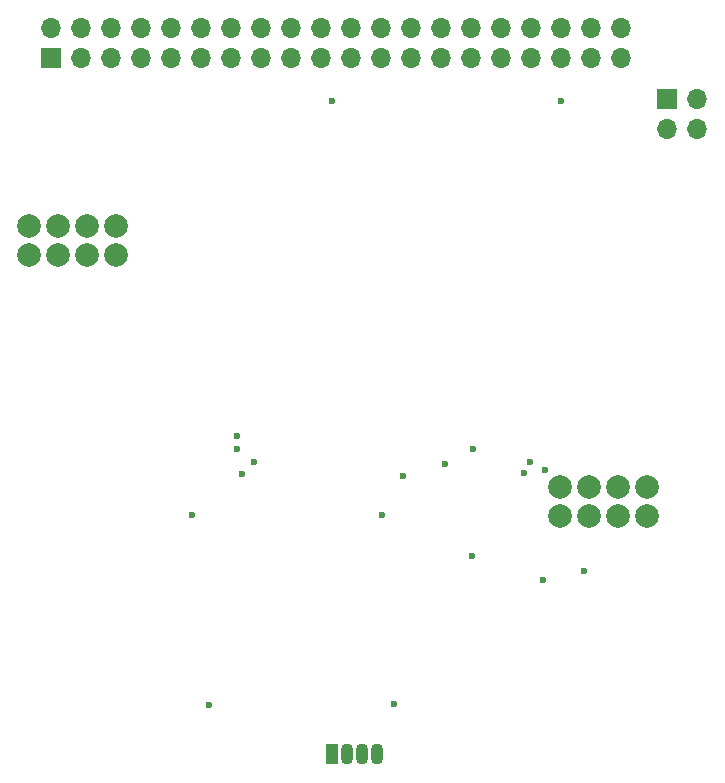
<source format=gbr>
G04 #@! TF.GenerationSoftware,KiCad,Pcbnew,8.0.2*
G04 #@! TF.CreationDate,2024-06-19T11:25:54-04:00*
G04 #@! TF.ProjectId,StringsVR-PiHat,53747269-6e67-4735-9652-2d5069486174,1*
G04 #@! TF.SameCoordinates,Original*
G04 #@! TF.FileFunction,Copper,L3,Inr*
G04 #@! TF.FilePolarity,Positive*
%FSLAX46Y46*%
G04 Gerber Fmt 4.6, Leading zero omitted, Abs format (unit mm)*
G04 Created by KiCad (PCBNEW 8.0.2) date 2024-06-19 11:25:54*
%MOMM*%
%LPD*%
G01*
G04 APERTURE LIST*
G04 #@! TA.AperFunction,ComponentPad*
%ADD10R,1.700000X1.700000*%
G04 #@! TD*
G04 #@! TA.AperFunction,ComponentPad*
%ADD11O,1.700000X1.700000*%
G04 #@! TD*
G04 #@! TA.AperFunction,ComponentPad*
%ADD12C,2.000000*%
G04 #@! TD*
G04 #@! TA.AperFunction,ComponentPad*
%ADD13R,1.070000X1.800000*%
G04 #@! TD*
G04 #@! TA.AperFunction,ComponentPad*
%ADD14O,1.070000X1.800000*%
G04 #@! TD*
G04 #@! TA.AperFunction,ViaPad*
%ADD15C,0.600000*%
G04 #@! TD*
G04 APERTURE END LIST*
D10*
X175650000Y-79800000D03*
D11*
X178190000Y-79800000D03*
X175650000Y-82340000D03*
X178190000Y-82340000D03*
D12*
X128980000Y-90510000D03*
X126520000Y-90510000D03*
X124060000Y-90510000D03*
X121600000Y-90510000D03*
X129000000Y-92970000D03*
X126540000Y-92970000D03*
X124080000Y-92970000D03*
X121620000Y-92970000D03*
X166560000Y-115110000D03*
X169020000Y-115110000D03*
X171480000Y-115110000D03*
X173940000Y-115110000D03*
X166540000Y-112650000D03*
X169000000Y-112650000D03*
X171460000Y-112650000D03*
X173920000Y-112650000D03*
D13*
X147220000Y-135210000D03*
D14*
X148490000Y-135210000D03*
X149760000Y-135210000D03*
X151030000Y-135210000D03*
D10*
X123420000Y-76310000D03*
D11*
X123420000Y-73770000D03*
X125960000Y-76310000D03*
X125960000Y-73770000D03*
X128500000Y-76310000D03*
X128500000Y-73770000D03*
X131040000Y-76310000D03*
X131040000Y-73770000D03*
X133580000Y-76310000D03*
X133580000Y-73770000D03*
X136120000Y-76310000D03*
X136120000Y-73770000D03*
X138660000Y-76310000D03*
X138660000Y-73770000D03*
X141200000Y-76310000D03*
X141200000Y-73770000D03*
X143740000Y-76310000D03*
X143740000Y-73770000D03*
X146280000Y-76310000D03*
X146280000Y-73770000D03*
X148820000Y-76310000D03*
X148820000Y-73770000D03*
X151360000Y-76310000D03*
X151360000Y-73770000D03*
X153900000Y-76310000D03*
X153900000Y-73770000D03*
X156440000Y-76310000D03*
X156440000Y-73770000D03*
X158980000Y-76310000D03*
X158980000Y-73770000D03*
X161520000Y-76310000D03*
X161520000Y-73770000D03*
X164060000Y-76310000D03*
X164060000Y-73770000D03*
X166600000Y-76310000D03*
X166600000Y-73770000D03*
X169140000Y-76310000D03*
X169140000Y-73770000D03*
X171680000Y-76310000D03*
X171680000Y-73770000D03*
D15*
X166620000Y-79910000D03*
X147220000Y-79910000D03*
X152520000Y-131010000D03*
X136820000Y-131110000D03*
X164020000Y-110510000D03*
X159220000Y-109410000D03*
X139220000Y-109410000D03*
X168620000Y-119710000D03*
X153220000Y-111710000D03*
X139620000Y-111510000D03*
X139220000Y-108310000D03*
X163520000Y-111410000D03*
X165320000Y-111210000D03*
X151520000Y-115010000D03*
X159120000Y-118510000D03*
X135420000Y-115010000D03*
X165120000Y-120510000D03*
X140620000Y-110510000D03*
X156820000Y-110710000D03*
M02*

</source>
